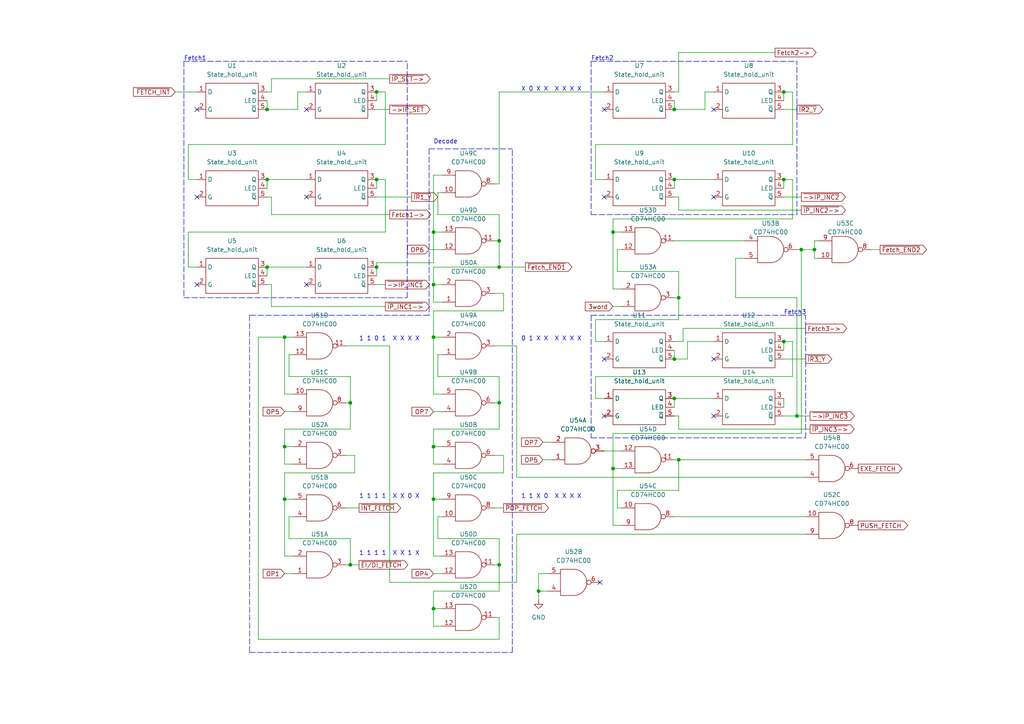
<source format=kicad_sch>
(kicad_sch (version 20211123) (generator eeschema)
  (paper "A4")
  (lib_symbols
    (symbol "CD74HCXX:CD74HC00" (pin_names (offset 0.762))
      (property "Reference" "U" (at -2.54 6.985 0))
      (property "Value" "CD74HC00" (at 1.27 5.08 0))
      (symbol "CD74HC00_0_0"
        (pin power_in line (at -2.54 2.54 0) (length 0) hide (name "VCC") (number "14"))
        (pin power_in line (at -2.54 -2.54 0) (length 0) hide (name "GND") (number "7"))
      )
      (symbol "CD74HC00_0_1"
        (arc (start 0 -3.81) (mid 3.81 0) (end 0 3.81))
        (polyline (pts (xy 0 3.81) (xy -3.81 3.81) (xy -3.81 -3.81) (xy 0 -3.81)))
      )
      (symbol "CD74HC00_0_2"
        (arc (start -4.445 -3.81) (mid -3.175 0) (end -4.445 3.81))
        (arc (start -3.175 -3.81) (mid 0.803 -2.7954) (end 3.81 0))
        (polyline (pts (xy -4.445 -3.81) (xy -3.175 -3.81)))
        (polyline (pts (xy -4.445 3.81) (xy -3.175 3.81)))
        (arc (start 3.81 0) (mid 0.8099 2.8117) (end -3.175 3.81))
      )
      (symbol "CD74HC00_1_1"
        (pin input line (at -7.62 2.54 0) (length 3.81) (name "~") (number "1"))
        (pin input line (at -7.62 -2.54 0) (length 3.81) (name "~") (number "2"))
        (pin output inverted (at 7.62 0 180) (length 3.81) (name "~") (number "3"))
      )
      (symbol "CD74HC00_1_2"
        (pin input inverted (at -7.62 2.54 0) (length 3.81) (name "~") (number "1"))
        (pin input inverted (at -7.62 -2.54 0) (length 3.81) (name "~") (number "2"))
        (pin output line (at 7.62 0 180) (length 3.81) (name "~") (number "3"))
      )
      (symbol "CD74HC00_2_1"
        (pin input line (at -7.62 2.54 0) (length 3.81) (name "~") (number "4"))
        (pin input line (at -7.62 -2.54 0) (length 3.81) (name "~") (number "5"))
        (pin output inverted (at 7.62 0 180) (length 3.81) (name "~") (number "6"))
      )
      (symbol "CD74HC00_2_2"
        (pin input inverted (at -7.62 2.54 0) (length 3.81) (name "~") (number "4"))
        (pin input inverted (at -7.62 -2.54 0) (length 3.81) (name "~") (number "5"))
        (pin output line (at 7.62 0 180) (length 3.81) (name "~") (number "6"))
      )
      (symbol "CD74HC00_3_1"
        (pin input line (at -7.62 -2.54 0) (length 3.81) (name "~") (number "10"))
        (pin output inverted (at 7.62 0 180) (length 3.81) (name "~") (number "8"))
        (pin input line (at -7.62 2.54 0) (length 3.81) (name "~") (number "9"))
      )
      (symbol "CD74HC00_3_2"
        (pin input inverted (at -7.62 -2.54 0) (length 3.81) (name "~") (number "10"))
        (pin output line (at 7.62 0 180) (length 3.81) (name "~") (number "8"))
        (pin input inverted (at -7.62 2.54 0) (length 3.81) (name "~") (number "9"))
      )
      (symbol "CD74HC00_4_1"
        (pin output inverted (at 7.62 0 180) (length 3.81) (name "~") (number "11"))
        (pin input line (at -7.62 2.54 0) (length 3.81) (name "~") (number "12"))
        (pin input line (at -7.62 -2.54 0) (length 3.81) (name "~") (number "13"))
      )
      (symbol "CD74HC00_4_2"
        (pin output line (at 7.62 0 180) (length 3.81) (name "~") (number "11"))
        (pin input inverted (at -7.62 2.54 0) (length 3.81) (name "~") (number "12"))
        (pin input inverted (at -7.62 -2.54 0) (length 3.81) (name "~") (number "13"))
      )
    )
    (symbol "State_hold_unit:State_hold_unit"
      (property "Reference" "U" (at 0 0 0))
      (property "Value" "State_hold_unit" (at 0 -12.7 0))
      (symbol "State_hold_unit_0_1"
        (rectangle (start -7.62 -1.27) (end 7.62 -11.43))
      )
      (symbol "State_hold_unit_1_1"
        (pin input line (at -10.16 -3.81 0) (length 2.54) (name "D") (number "1"))
        (pin input line (at -10.16 -8.89 0) (length 2.54) (name "G") (number "2"))
        (pin output line (at 10.16 -3.81 180) (length 2.54) (name "Q") (number "3"))
        (pin input line (at 10.16 -6.35 180) (length 2.54) (name "LED") (number "4"))
        (pin output line (at 10.16 -8.89 180) (length 2.54) (name "~{Q}") (number "5"))
      )
    )
    (symbol "power:GND" (power) (pin_names (offset 0))
      (property "Value" "GND" (at 0 -3.81 0))
      (symbol "GND_0_1"
        (polyline (pts (xy 0 0) (xy 0 -1.27) (xy 1.27 -1.27) (xy 0 -2.54) (xy -1.27 -1.27) (xy 0 -1.27)))
      )
      (symbol "GND_1_1"
        (pin power_in line (at 0 0 270) (length 0) hide (name "GND") (number "1"))
      )
    )
  )
  (junction (at 227.33 99.06))
  (junction (at 195.58 52.07))
  (junction (at 227.33 26.67))
  (junction (at 232.41 72.39))
  (junction (at 227.33 52.07))
  (junction (at 77.47 77.47))
  (junction (at 101.6 163.83))
  (junction (at 125.73 176.53))
  (junction (at 156.21 171.45))
  (junction (at 177.8 135.89))
  (junction (at 125.73 144.78))
  (junction (at 109.22 52.07))
  (junction (at 195.58 104.14))
  (junction (at 109.22 77.47))
  (junction (at 144.78 77.47))
  (junction (at 125.73 97.79))
  (junction (at 195.58 115.57))
  (junction (at 236.22 72.39))
  (junction (at 82.55 144.78))
  (junction (at 144.78 116.84))
  (junction (at 125.73 129.54))
  (junction (at 82.55 97.79))
  (junction (at 177.8 67.31))
  (junction (at 77.47 31.75))
  (junction (at 125.73 67.31))
  (junction (at 77.47 52.07))
  (junction (at 144.78 69.85))
  (junction (at 125.73 82.55))
  (junction (at 82.55 129.54))
  (junction (at 231.14 120.65))
  (junction (at 195.58 31.75))
  (junction (at 144.78 163.83))
  (junction (at 196.85 86.36))
  (junction (at 109.22 26.67))
  (junction (at 101.6 116.84))
  (junction (at 196.85 133.35))
  (no_connect (at 173.99 168.91))
  (no_connect (at 57.15 82.55))
  (no_connect (at 57.15 57.15))
  (no_connect (at 57.15 31.75))
  (no_connect (at 88.9 82.55))
  (no_connect (at 88.9 57.15))
  (no_connect (at 88.9 31.75))
  (no_connect (at 175.26 31.75))
  (no_connect (at 207.01 57.15))
  (no_connect (at 207.01 31.75))
  (no_connect (at 175.26 57.15))
  (no_connect (at 207.01 104.14))
  (no_connect (at 175.26 104.14))
  (no_connect (at 175.26 120.65))
  (no_connect (at 207.01 120.65))
  (wire (pts (xy 82.55 134.62) (xy 85.09 134.62)))
  (wire (pts (xy 195.58 57.15) (xy 196.85 57.15)))
  (wire (pts (xy 125.73 129.54) (xy 125.73 124.46)))
  (wire (pts (xy 125.73 50.8) (xy 125.73 67.31)))
  (wire (pts (xy 195.58 69.85) (xy 215.9 69.85)))
  (wire (pts (xy 227.33 52.07) (xy 227.33 54.61)))
  (wire (pts (xy 78.74 22.86) (xy 113.03 22.86)))
  (wire (pts (xy 109.22 52.07) (xy 109.22 54.61)))
  (wire (pts (xy 196.85 92.71) (xy 196.85 86.36)))
  (polyline (pts (xy 171.45 127) (xy 233.68 127)))
  (wire (pts (xy 215.9 74.93) (xy 213.36 74.93)))
  (wire (pts (xy 144.78 62.23) (xy 144.78 69.85)))
  (wire (pts (xy 82.55 161.29) (xy 85.09 161.29)))
  (wire (pts (xy 227.33 31.75) (xy 231.14 31.75)))
  (wire (pts (xy 143.51 85.09) (xy 146.05 85.09)))
  (wire (pts (xy 74.93 97.79) (xy 74.93 185.42)))
  (wire (pts (xy 179.07 142.24) (xy 196.85 142.24)))
  (wire (pts (xy 175.26 115.57) (xy 172.72 115.57)))
  (wire (pts (xy 86.36 31.75) (xy 77.47 31.75)))
  (wire (pts (xy 177.8 125.73) (xy 177.8 135.89)))
  (wire (pts (xy 143.51 163.83) (xy 144.78 163.83)))
  (wire (pts (xy 146.05 137.16) (xy 125.73 137.16)))
  (wire (pts (xy 128.27 82.55) (xy 125.73 82.55)))
  (wire (pts (xy 237.49 74.93) (xy 236.22 74.93)))
  (wire (pts (xy 85.09 97.79) (xy 82.55 97.79)))
  (wire (pts (xy 213.36 86.36) (xy 231.14 86.36)))
  (wire (pts (xy 172.72 109.22) (xy 229.87 109.22)))
  (wire (pts (xy 180.34 147.32) (xy 179.07 147.32)))
  (wire (pts (xy 198.12 95.25) (xy 233.68 95.25)))
  (wire (pts (xy 128.27 176.53) (xy 125.73 176.53)))
  (wire (pts (xy 125.73 82.55) (xy 125.73 77.47)))
  (wire (pts (xy 227.33 26.67) (xy 227.33 29.21)))
  (wire (pts (xy 128.27 97.79) (xy 125.73 97.79)))
  (wire (pts (xy 125.73 166.37) (xy 128.27 166.37)))
  (wire (pts (xy 236.22 74.93) (xy 236.22 72.39)))
  (wire (pts (xy 111.76 67.31) (xy 54.61 67.31)))
  (wire (pts (xy 127 62.23) (xy 144.78 62.23)))
  (wire (pts (xy 177.8 88.9) (xy 180.34 88.9)))
  (wire (pts (xy 198.12 99.06) (xy 198.12 95.25)))
  (polyline (pts (xy 53.34 17.78) (xy 53.34 86.36)))
  (wire (pts (xy 143.51 132.08) (xy 146.05 132.08)))
  (wire (pts (xy 125.73 97.79) (xy 125.73 114.3)))
  (wire (pts (xy 180.34 72.39) (xy 179.07 72.39)))
  (wire (pts (xy 172.72 99.06) (xy 172.72 92.71)))
  (wire (pts (xy 109.22 26.67) (xy 109.22 29.21)))
  (wire (pts (xy 144.78 163.83) (xy 144.78 171.45)))
  (wire (pts (xy 82.55 137.16) (xy 82.55 144.78)))
  (polyline (pts (xy 118.11 86.36) (xy 118.11 17.78)))
  (wire (pts (xy 78.74 82.55) (xy 78.74 88.9)))
  (wire (pts (xy 111.76 26.67) (xy 111.76 41.91)))
  (wire (pts (xy 195.58 26.67) (xy 196.85 26.67)))
  (wire (pts (xy 144.78 109.22) (xy 144.78 116.84)))
  (wire (pts (xy 144.78 156.21) (xy 144.78 163.83)))
  (wire (pts (xy 227.33 120.65) (xy 231.14 120.65)))
  (wire (pts (xy 146.05 132.08) (xy 146.05 137.16)))
  (wire (pts (xy 125.73 181.61) (xy 128.27 181.61)))
  (wire (pts (xy 149.86 168.91) (xy 149.86 154.94)))
  (wire (pts (xy 229.87 26.67) (xy 229.87 41.91)))
  (polyline (pts (xy 171.45 62.23) (xy 231.14 62.23)))
  (wire (pts (xy 196.85 78.74) (xy 196.85 86.36)))
  (wire (pts (xy 204.47 26.67) (xy 204.47 31.75)))
  (wire (pts (xy 54.61 67.31) (xy 54.61 77.47)))
  (wire (pts (xy 125.73 137.16) (xy 125.73 144.78)))
  (wire (pts (xy 177.8 135.89) (xy 177.8 152.4)))
  (wire (pts (xy 177.8 125.73) (xy 232.41 125.73)))
  (wire (pts (xy 144.78 116.84) (xy 143.51 116.84)))
  (wire (pts (xy 82.55 124.46) (xy 101.6 124.46)))
  (wire (pts (xy 149.86 100.33) (xy 149.86 138.43)))
  (wire (pts (xy 229.87 52.07) (xy 229.87 63.5)))
  (wire (pts (xy 144.78 77.47) (xy 152.4 77.47)))
  (wire (pts (xy 128.27 50.8) (xy 125.73 50.8)))
  (wire (pts (xy 77.47 52.07) (xy 77.47 54.61)))
  (wire (pts (xy 125.73 144.78) (xy 125.73 161.29)))
  (wire (pts (xy 195.58 29.21) (xy 195.58 31.75)))
  (wire (pts (xy 125.73 129.54) (xy 125.73 134.62)))
  (wire (pts (xy 77.47 29.21) (xy 77.47 31.75)))
  (wire (pts (xy 177.8 135.89) (xy 180.34 135.89)))
  (wire (pts (xy 109.22 77.47) (xy 109.22 76.2)))
  (wire (pts (xy 229.87 109.22) (xy 229.87 99.06)))
  (wire (pts (xy 179.07 78.74) (xy 196.85 78.74)))
  (wire (pts (xy 113.03 100.33) (xy 113.03 168.91)))
  (wire (pts (xy 144.78 179.07) (xy 143.51 179.07)))
  (wire (pts (xy 101.6 163.83) (xy 100.33 163.83)))
  (wire (pts (xy 104.14 147.32) (xy 100.33 147.32)))
  (wire (pts (xy 109.22 57.15) (xy 119.38 57.15)))
  (wire (pts (xy 88.9 26.67) (xy 86.36 26.67)))
  (wire (pts (xy 227.33 115.57) (xy 227.33 118.11)))
  (wire (pts (xy 82.55 114.3) (xy 85.09 114.3)))
  (wire (pts (xy 109.22 31.75) (xy 113.03 31.75)))
  (wire (pts (xy 125.73 67.31) (xy 128.27 67.31)))
  (wire (pts (xy 125.73 171.45) (xy 144.78 171.45)))
  (wire (pts (xy 127 102.87) (xy 127 109.22)))
  (wire (pts (xy 195.58 149.86) (xy 233.68 149.86)))
  (wire (pts (xy 177.8 152.4) (xy 180.34 152.4)))
  (wire (pts (xy 74.93 185.42) (xy 144.78 185.42)))
  (wire (pts (xy 128.27 102.87) (xy 127 102.87)))
  (wire (pts (xy 128.27 55.88) (xy 127 55.88)))
  (wire (pts (xy 101.6 163.83) (xy 104.14 163.83)))
  (wire (pts (xy 207.01 26.67) (xy 204.47 26.67)))
  (wire (pts (xy 177.8 67.31) (xy 177.8 83.82)))
  (wire (pts (xy 196.85 26.67) (xy 196.85 15.24)))
  (wire (pts (xy 144.78 77.47) (xy 144.78 69.85)))
  (wire (pts (xy 78.74 62.23) (xy 113.03 62.23)))
  (wire (pts (xy 125.73 119.38) (xy 128.27 119.38)))
  (polyline (pts (xy 72.39 91.44) (xy 72.39 189.23)))
  (wire (pts (xy 144.78 185.42) (xy 144.78 179.07)))
  (polyline (pts (xy 171.45 17.78) (xy 171.45 62.23)))
  (wire (pts (xy 83.82 109.22) (xy 101.6 109.22)))
  (wire (pts (xy 111.76 82.55) (xy 109.22 82.55)))
  (wire (pts (xy 146.05 147.32) (xy 143.51 147.32)))
  (wire (pts (xy 125.73 124.46) (xy 144.78 124.46)))
  (wire (pts (xy 50.8 26.67) (xy 57.15 26.67)))
  (wire (pts (xy 86.36 26.67) (xy 86.36 31.75)))
  (wire (pts (xy 82.55 119.38) (xy 85.09 119.38)))
  (wire (pts (xy 175.26 99.06) (xy 172.72 99.06)))
  (wire (pts (xy 85.09 102.87) (xy 83.82 102.87)))
  (wire (pts (xy 54.61 41.91) (xy 54.61 52.07)))
  (wire (pts (xy 125.73 176.53) (xy 125.73 171.45)))
  (wire (pts (xy 125.73 90.17) (xy 125.73 97.79)))
  (wire (pts (xy 127 55.88) (xy 127 62.23)))
  (wire (pts (xy 156.21 173.99) (xy 156.21 171.45)))
  (wire (pts (xy 128.27 149.86) (xy 127 149.86)))
  (wire (pts (xy 125.73 82.55) (xy 125.73 87.63)))
  (wire (pts (xy 195.58 115.57) (xy 207.01 115.57)))
  (wire (pts (xy 128.27 144.78) (xy 125.73 144.78)))
  (polyline (pts (xy 53.34 17.78) (xy 118.11 17.78)))
  (wire (pts (xy 77.47 52.07) (xy 88.9 52.07)))
  (wire (pts (xy 196.85 120.65) (xy 196.85 124.46)))
  (polyline (pts (xy 171.45 91.44) (xy 233.68 91.44)))
  (wire (pts (xy 127 156.21) (xy 144.78 156.21)))
  (wire (pts (xy 77.47 57.15) (xy 78.74 57.15)))
  (wire (pts (xy 102.87 137.16) (xy 82.55 137.16)))
  (wire (pts (xy 172.72 92.71) (xy 196.85 92.71)))
  (wire (pts (xy 78.74 26.67) (xy 78.74 22.86)))
  (wire (pts (xy 177.8 83.82) (xy 180.34 83.82)))
  (wire (pts (xy 172.72 52.07) (xy 175.26 52.07)))
  (wire (pts (xy 125.73 161.29) (xy 128.27 161.29)))
  (wire (pts (xy 227.33 99.06) (xy 227.33 101.6)))
  (wire (pts (xy 213.36 74.93) (xy 213.36 86.36)))
  (wire (pts (xy 156.21 171.45) (xy 156.21 166.37)))
  (wire (pts (xy 231.14 86.36) (xy 231.14 120.65)))
  (wire (pts (xy 172.72 115.57) (xy 172.72 109.22)))
  (wire (pts (xy 78.74 57.15) (xy 78.74 62.23)))
  (wire (pts (xy 82.55 166.37) (xy 85.09 166.37)))
  (wire (pts (xy 179.07 72.39) (xy 179.07 78.74)))
  (wire (pts (xy 100.33 100.33) (xy 113.03 100.33)))
  (wire (pts (xy 144.78 26.67) (xy 175.26 26.67)))
  (wire (pts (xy 229.87 63.5) (xy 177.8 63.5)))
  (wire (pts (xy 125.73 67.31) (xy 125.73 76.2)))
  (wire (pts (xy 101.6 156.21) (xy 101.6 163.83)))
  (wire (pts (xy 101.6 124.46) (xy 101.6 116.84)))
  (wire (pts (xy 180.34 67.31) (xy 177.8 67.31)))
  (wire (pts (xy 195.58 31.75) (xy 204.47 31.75)))
  (wire (pts (xy 231.14 72.39) (xy 232.41 72.39)))
  (wire (pts (xy 227.33 104.14) (xy 233.68 104.14)))
  (wire (pts (xy 255.27 72.39) (xy 252.73 72.39)))
  (wire (pts (xy 196.85 57.15) (xy 196.85 60.96)))
  (wire (pts (xy 195.58 99.06) (xy 198.12 99.06)))
  (wire (pts (xy 236.22 69.85) (xy 236.22 72.39)))
  (wire (pts (xy 229.87 41.91) (xy 172.72 41.91)))
  (wire (pts (xy 195.58 120.65) (xy 196.85 120.65)))
  (wire (pts (xy 125.73 134.62) (xy 128.27 134.62)))
  (wire (pts (xy 143.51 53.34) (xy 144.78 53.34)))
  (wire (pts (xy 109.22 76.2) (xy 125.73 76.2)))
  (wire (pts (xy 207.01 99.06) (xy 199.39 99.06)))
  (wire (pts (xy 77.47 82.55) (xy 78.74 82.55)))
  (wire (pts (xy 199.39 99.06) (xy 199.39 104.14)))
  (wire (pts (xy 227.33 26.67) (xy 229.87 26.67)))
  (wire (pts (xy 125.73 114.3) (xy 128.27 114.3)))
  (wire (pts (xy 125.73 77.47) (xy 144.78 77.47)))
  (wire (pts (xy 149.86 154.94) (xy 233.68 154.94)))
  (wire (pts (xy 144.78 53.34) (xy 144.78 26.67)))
  (wire (pts (xy 127 109.22) (xy 144.78 109.22)))
  (wire (pts (xy 236.22 72.39) (xy 232.41 72.39)))
  (wire (pts (xy 77.47 77.47) (xy 77.47 80.01)))
  (wire (pts (xy 196.85 133.35) (xy 195.58 133.35)))
  (wire (pts (xy 83.82 149.86) (xy 83.82 156.21)))
  (polyline (pts (xy 124.46 43.18) (xy 124.46 91.44)))
  (wire (pts (xy 195.58 101.6) (xy 195.58 104.14)))
  (wire (pts (xy 128.27 129.54) (xy 125.73 129.54)))
  (wire (pts (xy 102.87 132.08) (xy 102.87 137.16)))
  (wire (pts (xy 77.47 77.47) (xy 88.9 77.47)))
  (wire (pts (xy 144.78 69.85) (xy 143.51 69.85)))
  (wire (pts (xy 156.21 171.45) (xy 158.75 171.45)))
  (wire (pts (xy 196.85 124.46) (xy 234.95 124.46)))
  (wire (pts (xy 157.48 128.27) (xy 160.02 128.27)))
  (wire (pts (xy 82.55 129.54) (xy 82.55 124.46)))
  (wire (pts (xy 195.58 115.57) (xy 195.58 118.11)))
  (polyline (pts (xy 171.45 91.44) (xy 171.45 127)))
  (wire (pts (xy 149.86 138.43) (xy 233.68 138.43)))
  (wire (pts (xy 195.58 52.07) (xy 207.01 52.07)))
  (wire (pts (xy 232.41 125.73) (xy 232.41 72.39)))
  (wire (pts (xy 195.58 52.07) (xy 195.58 54.61)))
  (wire (pts (xy 100.33 132.08) (xy 102.87 132.08)))
  (polyline (pts (xy 124.46 43.18) (xy 148.59 43.18)))
  (wire (pts (xy 227.33 52.07) (xy 229.87 52.07)))
  (polyline (pts (xy 148.59 189.23) (xy 148.59 43.18)))
  (wire (pts (xy 124.46 72.39) (xy 128.27 72.39)))
  (wire (pts (xy 127 149.86) (xy 127 156.21)))
  (wire (pts (xy 109.22 26.67) (xy 111.76 26.67)))
  (wire (pts (xy 157.48 133.35) (xy 160.02 133.35)))
  (wire (pts (xy 231.14 120.65) (xy 234.95 120.65)))
  (wire (pts (xy 82.55 144.78) (xy 82.55 161.29)))
  (polyline (pts (xy 72.39 189.23) (xy 148.59 189.23)))
  (wire (pts (xy 83.82 102.87) (xy 83.82 109.22)))
  (wire (pts (xy 227.33 57.15) (xy 232.41 57.15)))
  (wire (pts (xy 196.85 142.24) (xy 196.85 133.35)))
  (polyline (pts (xy 124.46 91.44) (xy 72.39 91.44)))
  (wire (pts (xy 111.76 41.91) (xy 54.61 41.91)))
  (wire (pts (xy 172.72 41.91) (xy 172.72 52.07)))
  (wire (pts (xy 125.73 87.63) (xy 128.27 87.63)))
  (wire (pts (xy 111.76 52.07) (xy 109.22 52.07)))
  (wire (pts (xy 82.55 129.54) (xy 82.55 134.62)))
  (wire (pts (xy 101.6 116.84) (xy 100.33 116.84)))
  (wire (pts (xy 125.73 176.53) (xy 125.73 181.61)))
  (polyline (pts (xy 171.45 17.78) (xy 231.14 17.78)))
  (wire (pts (xy 111.76 67.31) (xy 111.76 52.07)))
  (wire (pts (xy 101.6 109.22) (xy 101.6 116.84)))
  (wire (pts (xy 82.55 97.79) (xy 82.55 114.3)))
  (wire (pts (xy 54.61 52.07) (xy 57.15 52.07)))
  (wire (pts (xy 77.47 26.67) (xy 78.74 26.67)))
  (wire (pts (xy 175.26 130.81) (xy 180.34 130.81)))
  (wire (pts (xy 109.22 77.47) (xy 109.22 80.01)))
  (wire (pts (xy 146.05 85.09) (xy 146.05 90.17)))
  (wire (pts (xy 156.21 166.37) (xy 158.75 166.37)))
  (wire (pts (xy 229.87 99.06) (xy 227.33 99.06)))
  (wire (pts (xy 237.49 69.85) (xy 236.22 69.85)))
  (wire (pts (xy 83.82 156.21) (xy 101.6 156.21)))
  (wire (pts (xy 196.85 133.35) (xy 233.68 133.35)))
  (wire (pts (xy 196.85 15.24) (xy 224.79 15.24)))
  (polyline (pts (xy 233.68 127) (xy 233.68 91.44)))
  (wire (pts (xy 146.05 90.17) (xy 125.73 90.17)))
  (polyline (pts (xy 231.14 62.23) (xy 231.14 17.78)))
  (wire (pts (xy 196.85 60.96) (xy 232.41 60.96)))
  (wire (pts (xy 85.09 129.54) (xy 82.55 129.54)))
  (wire (pts (xy 85.09 144.78) (xy 82.55 144.78)))
  (wire (pts (xy 195.58 104.14) (xy 199.39 104.14)))
  (wire (pts (xy 179.07 147.32) (xy 179.07 142.24)))
  (wire (pts (xy 144.78 124.46) (xy 144.78 116.84)))
  (wire (pts (xy 177.8 63.5) (xy 177.8 67.31)))
  (wire (pts (xy 85.09 149.86) (xy 83.82 149.86)))
  (wire (pts (xy 196.85 86.36) (xy 195.58 86.36)))
  (wire (pts (xy 74.93 97.79) (xy 82.55 97.79)))
  (wire (pts (xy 113.03 168.91) (xy 149.86 168.91)))
  (wire (pts (xy 149.86 100.33) (xy 143.51 100.33)))
  (wire (pts (xy 78.74 88.9) (xy 111.76 88.9)))
  (wire (pts (xy 54.61 77.47) (xy 57.15 77.47)))
  (polyline (pts (xy 53.34 86.36) (xy 118.11 86.36)))
  (text "Fetch2" (at 171.45 17.78 0) (effects (font (size 1.27 1.27)) (justify left bottom)))
  (text "1 1 0 1  X X X X" (at 104.14 99.06 0) (effects (font (size 1.27 1.27)) (justify left bottom)))
  (text "0 1 X X  X X X X" (at 151.13 99.06 0) (effects (font (size 1.27 1.27)) (justify left bottom)))
  (text "1 1 1 1  X X 0 X" (at 104.14 144.78 0) (effects (font (size 1.27 1.27)) (justify left bottom)))
  (text "Fetch3" (at 227.33 91.44 0) (effects (font (size 1.27 1.27)) (justify left bottom)))
  (text "X 0 X X  X X X X" (at 151.13 26.67 0) (effects (font (size 1.27 1.27)) (justify left bottom)))
  (text "Fetch1" (at 53.34 17.78 0) (effects (font (size 1.27 1.27)) (justify left bottom)))
  (text "1 1 X 0  X X X X" (at 151.13 144.78 0) (effects (font (size 1.27 1.27)) (justify left bottom)))
  (text "1 1 1 1  X X 1 X" (at 104.14 161.29 0) (effects (font (size 1.27 1.27)) (justify left bottom)))
  (text "Decode" (at 125.73 41.91 0) (effects (font (size 1.27 1.27)) (justify left bottom)))
  (global_label "OP5" (shape input) (at 157.48 133.35 180) (property "Intersheet References" "${INTERSHEET_REFS}" (effects hide)))
  (global_label "EXE_FETCH" (shape output) (at 248.92 135.89 0) (property "Intersheet References" "${INTERSHEET_REFS}" (effects hide)))
  (global_label "~{EI{slash}DI_FETCH}" (shape output) (at 104.14 163.83 0) (property "Intersheet References" "${INTERSHEET_REFS}" (effects hide)))
  (global_label "~{FETCH_INT}" (shape input) (at 50.8 26.67 180) (property "Intersheet References" "${INTERSHEET_REFS}" (effects hide)))
  (global_label "~{->IP_INC2}" (shape output) (at 232.41 57.15 0) (property "Intersheet References" "${INTERSHEET_REFS}" (effects hide)))
  (global_label "PUSH_FETCH" (shape output) (at 248.92 152.4 0) (property "Intersheet References" "${INTERSHEET_REFS}" (effects hide)))
  (global_label "3word" (shape input) (at 177.8 88.9 180) (property "Intersheet References" "${INTERSHEET_REFS}" (effects hide)))
  (global_label "~{INT_FETCH}" (shape output) (at 104.14 147.32 0) (property "Intersheet References" "${INTERSHEET_REFS}" (effects hide)))
  (global_label "~{->IP_INC3}" (shape output) (at 234.95 120.65 0) (property "Intersheet References" "${INTERSHEET_REFS}" (effects hide)))
  (global_label "OP5" (shape input) (at 82.55 119.38 180) (property "Intersheet References" "${INTERSHEET_REFS}" (effects hide)))
  (global_label "~{IR2_Y}" (shape output) (at 231.14 31.75 0) (property "Intersheet References" "${INTERSHEET_REFS}" (effects hide)))
  (global_label "OP7" (shape input) (at 125.73 119.38 180) (property "Intersheet References" "${INTERSHEET_REFS}" (effects hide)))
  (global_label "OP1" (shape input) (at 82.55 166.37 180) (property "Intersheet References" "${INTERSHEET_REFS}" (effects hide)))
  (global_label "~{POP_FETCH}" (shape output) (at 146.05 147.32 0) (property "Intersheet References" "${INTERSHEET_REFS}" (effects hide)))
  (global_label "OP7" (shape input) (at 157.48 128.27 180) (property "Intersheet References" "${INTERSHEET_REFS}" (effects hide)))
  (global_label "~{IP_INC1->}" (shape output) (at 111.76 88.9 0) (property "Intersheet References" "${INTERSHEET_REFS}" (effects hide)))
  (global_label "~{->IP_SET}" (shape output) (at 113.03 31.75 0) (property "Intersheet References" "${INTERSHEET_REFS}" (effects hide)))
  (global_label "Fetch2->" (shape output) (at 224.79 15.24 0) (property "Intersheet References" "${INTERSHEET_REFS}" (effects hide)))
  (global_label "~{IP_INC3->}" (shape output) (at 234.95 124.46 0) (property "Intersheet References" "${INTERSHEET_REFS}" (effects hide)))
  (global_label "~{Fetch_END2}" (shape output) (at 255.27 72.39 0) (property "Intersheet References" "${INTERSHEET_REFS}" (effects hide)))
  (global_label "~{IR3_Y}" (shape output) (at 233.68 104.14 0) (property "Intersheet References" "${INTERSHEET_REFS}" (effects hide)))
  (global_label "OP6" (shape input) (at 124.46 72.39 180) (property "Intersheet References" "${INTERSHEET_REFS}" (effects hide)))
  (global_label "Fetch1->" (shape output) (at 113.03 62.23 0) (property "Intersheet References" "${INTERSHEET_REFS}" (effects hide)))
  (global_label "~{Fetch_END1}" (shape output) (at 152.4 77.47 0) (property "Intersheet References" "${INTERSHEET_REFS}" (effects hide)))
  (global_label "~{IP_INC2->}" (shape output) (at 232.41 60.96 0) (property "Intersheet References" "${INTERSHEET_REFS}" (effects hide)))
  (global_label "~{IP_SET->}" (shape output) (at 113.03 22.86 0) (property "Intersheet References" "${INTERSHEET_REFS}" (effects hide)))
  (global_label "~{IR1_Y}" (shape output) (at 119.38 57.15 0) (property "Intersheet References" "${INTERSHEET_REFS}" (effects hide)))
  (global_label "~{->IP_INC1}" (shape output) (at 111.76 82.55 0) (property "Intersheet References" "${INTERSHEET_REFS}" (effects hide)))
  (global_label "OP4" (shape input) (at 125.73 166.37 180) (property "Intersheet References" "${INTERSHEET_REFS}" (effects hide)))
  (global_label "Fetch3->" (shape output) (at 233.68 95.25 0) (property "Intersheet References" "${INTERSHEET_REFS}" (effects hide)))
  (symbol (lib_id "State_hold_unit:State_hold_unit") (at 217.17 22.86 0) (unit 1)
    (property "Reference" "U8" (at 217.17 19.05 0))
    (property "Value" "State_hold_unit" (at 217.17 21.59 0))
    (property "Footprint" "Connector_PinSocket_2.54mm:PinSocket_1x05_P2.54mm_Vertical" (effects hide))
  )
  (symbol (lib_id "State_hold_unit:State_hold_unit") (at 185.42 95.25 0) (unit 1)
    (property "Reference" "U11" (at 185.42 91.44 0))
    (property "Value" "State_hold_unit" (at 185.42 93.98 0))
    (property "Footprint" "Connector_PinSocket_2.54mm:PinSocket_1x05_P2.54mm_Vertical" (effects hide))
  )
  (symbol (lib_id "CD74HCXX:CD74HC00") (at 135.89 53.34 0) (unit 3)
    (property "Reference" "U49" (at 135.89 44.45 0))
    (property "Value" "CD74HC00" (at 135.89 46.99 0))
    (property "Footprint" "Package_DIP:DIP-14_W7.62mm" (effects hide))
  )
  (symbol (lib_id "CD74HCXX:CD74HC00") (at 92.71 163.83 0) (mirror x) (unit 1)
    (property "Reference" "U51" (at 92.71 154.94 0))
    (property "Value" "CD74HC00" (at 92.71 157.48 0))
    (property "Footprint" "Package_DIP:DIP-14_W7.62mm" (effects hide))
  )
  (symbol (lib_id "CD74HCXX:CD74HC00") (at 241.3 135.89 0) (mirror x) (unit 2)
    (property "Reference" "U54" (at 241.3 127 0))
    (property "Value" "CD74HC00" (at 241.3 129.54 0))
    (property "Footprint" "Package_DIP:DIP-14_W7.62mm" (effects hide))
  )
  (symbol (lib_id "State_hold_unit:State_hold_unit") (at 99.06 22.86 0) (unit 1)
    (property "Reference" "U2" (at 99.06 19.05 0))
    (property "Value" "State_hold_unit" (at 99.06 21.59 0))
    (property "Footprint" "Connector_PinSocket_2.54mm:PinSocket_1x05_P2.54mm_Vertical" (effects hide))
  )
  (symbol (lib_id "power:GND") (at 156.21 173.99 0) (unit 1)
    (property "Reference" "#PWR012" (effects hide))
    (property "Value" "GND" (at 156.21 179.07 0))
  )
  (symbol (lib_id "State_hold_unit:State_hold_unit") (at 185.42 48.26 0) (unit 1)
    (property "Reference" "U9" (at 185.42 44.45 0))
    (property "Value" "State_hold_unit" (at 185.42 46.99 0))
    (property "Footprint" "Connector_PinSocket_2.54mm:PinSocket_1x05_P2.54mm_Vertical" (effects hide))
  )
  (symbol (lib_id "State_hold_unit:State_hold_unit") (at 185.42 22.86 0) (unit 1)
    (property "Reference" "U7" (at 185.42 19.05 0))
    (property "Value" "State_hold_unit" (at 185.42 21.59 0))
    (property "Footprint" "Connector_PinSocket_2.54mm:PinSocket_1x05_P2.54mm_Vertical" (effects hide))
  )
  (symbol (lib_id "CD74HCXX:CD74HC00") (at 187.96 133.35 0) (unit 4)
    (property "Reference" "U54" (at 187.96 124.46 0))
    (property "Value" "CD74HC00" (at 187.96 127 0))
    (property "Footprint" "Package_DIP:DIP-14_W7.62mm" (effects hide))
  )
  (symbol (lib_id "CD74HCXX:CD74HC00") (at 135.89 116.84 0) (mirror x) (unit 2)
    (property "Reference" "U49" (at 135.89 107.95 0))
    (property "Value" "CD74HC00" (at 135.89 110.49 0))
    (property "Footprint" "Package_DIP:DIP-14_W7.62mm" (effects hide))
  )
  (symbol (lib_id "State_hold_unit:State_hold_unit") (at 67.31 73.66 0) (unit 1)
    (property "Reference" "U5" (at 67.31 69.85 0))
    (property "Value" "State_hold_unit" (at 67.31 72.39 0))
    (property "Footprint" "Connector_PinSocket_2.54mm:PinSocket_1x05_P2.54mm_Vertical" (effects hide))
  )
  (symbol (lib_id "CD74HCXX:CD74HC00") (at 187.96 69.85 0) (mirror x) (unit 4)
    (property "Reference" "U53" (at 187.96 60.96 0))
    (property "Value" "CD74HC00" (at 187.96 63.5 0))
    (property "Footprint" "Package_DIP:DIP-14_W7.62mm" (effects hide))
  )
  (symbol (lib_id "State_hold_unit:State_hold_unit") (at 99.06 73.66 0) (unit 1)
    (property "Reference" "U6" (at 99.06 69.85 0))
    (property "Value" "State_hold_unit" (at 99.06 72.39 0))
    (property "Footprint" "Connector_PinSocket_2.54mm:PinSocket_1x05_P2.54mm_Vertical" (effects hide))
  )
  (symbol (lib_id "CD74HCXX:CD74HC00") (at 92.71 147.32 0) (mirror x) (unit 2)
    (property "Reference" "U51" (at 92.71 138.43 0))
    (property "Value" "CD74HC00" (at 92.71 140.97 0))
    (property "Footprint" "Package_DIP:DIP-14_W7.62mm" (effects hide))
  )
  (symbol (lib_id "CD74HCXX:CD74HC00") (at 187.96 86.36 0) (mirror x) (unit 1)
    (property "Reference" "U53" (at 187.96 77.47 0))
    (property "Value" "CD74HC00" (at 187.96 80.01 0))
    (property "Footprint" "Package_DIP:DIP-14_W7.62mm" (effects hide))
  )
  (symbol (lib_id "State_hold_unit:State_hold_unit") (at 67.31 22.86 0) (unit 1)
    (property "Reference" "U1" (at 67.31 19.05 0))
    (property "Value" "State_hold_unit" (at 67.31 21.59 0))
    (property "Footprint" "Connector_PinSocket_2.54mm:PinSocket_1x05_P2.54mm_Vertical" (effects hide))
  )
  (symbol (lib_id "State_hold_unit:State_hold_unit") (at 217.17 111.76 0) (unit 1)
    (property "Reference" "U14" (at 217.17 107.95 0))
    (property "Value" "State_hold_unit" (at 217.17 110.49 0))
    (property "Footprint" "Connector_PinSocket_2.54mm:PinSocket_1x05_P2.54mm_Vertical" (effects hide))
  )
  (symbol (lib_id "CD74HCXX:CD74HC00") (at 135.89 69.85 0) (mirror x) (unit 4)
    (property "Reference" "U49" (at 135.89 60.96 0))
    (property "Value" "CD74HC00" (at 135.89 63.5 0))
    (property "Footprint" "Package_DIP:DIP-14_W7.62mm" (effects hide))
  )
  (symbol (lib_id "State_hold_unit:State_hold_unit") (at 185.42 111.76 0) (unit 1)
    (property "Reference" "U13" (at 185.42 107.95 0))
    (property "Value" "State_hold_unit" (at 185.42 110.49 0))
    (property "Footprint" "Connector_PinSocket_2.54mm:PinSocket_1x05_P2.54mm_Vertical" (effects hide))
  )
  (symbol (lib_id "State_hold_unit:State_hold_unit") (at 217.17 95.25 0) (unit 1)
    (property "Reference" "U12" (at 217.17 91.44 0))
    (property "Value" "State_hold_unit" (at 217.17 93.98 0))
    (property "Footprint" "Connector_PinSocket_2.54mm:PinSocket_1x05_P2.54mm_Vertical" (effects hide))
  )
  (symbol (lib_id "CD74HCXX:CD74HC00") (at 92.71 116.84 0) (mirror x) (unit 3)
    (property "Reference" "U51" (at 92.71 107.95 0))
    (property "Value" "CD74HC00" (at 92.71 110.49 0))
    (property "Footprint" "Package_DIP:DIP-14_W7.62mm" (effects hide))
  )
  (symbol (lib_id "CD74HCXX:CD74HC00") (at 135.89 132.08 0) (mirror x) (unit 2)
    (property "Reference" "U50" (at 135.89 123.19 0))
    (property "Value" "CD74HC00" (at 135.89 125.73 0))
    (property "Footprint" "Package_DIP:DIP-14_W7.62mm" (effects hide))
  )
  (symbol (lib_id "CD74HCXX:CD74HC00") (at 92.71 132.08 0) (mirror x) (unit 1)
    (property "Reference" "U52" (at 92.71 123.19 0))
    (property "Value" "CD74HC00" (at 92.71 125.73 0))
    (property "Footprint" "Package_DIP:DIP-14_W7.62mm" (effects hide))
  )
  (symbol (lib_id "CD74HCXX:CD74HC00") (at 135.89 147.32 0) (unit 3)
    (property "Reference" "U50" (at 135.89 138.43 0))
    (property "Value" "CD74HC00" (at 135.89 140.97 0))
    (property "Footprint" "Package_DIP:DIP-14_W7.62mm" (effects hide))
  )
  (symbol (lib_id "CD74HCXX:CD74HC00") (at 245.11 72.39 0) (unit 3)
    (property "Reference" "U53" (at 245.11 64.77 0))
    (property "Value" "CD74HC00" (at 245.11 67.31 0))
    (property "Footprint" "Package_DIP:DIP-14_W7.62mm" (effects hide))
  )
  (symbol (lib_id "CD74HCXX:CD74HC00") (at 166.37 168.91 0) (mirror x) (unit 2)
    (property "Reference" "U52" (at 166.37 160.02 0))
    (property "Value" "CD74HC00" (at 166.37 162.56 0))
    (property "Footprint" "Package_DIP:DIP-14_W7.62mm" (effects hide))
  )
  (symbol (lib_id "CD74HCXX:CD74HC00") (at 135.89 85.09 0) (mirror x) (unit 1)
    (property "Reference" "U50" (at 135.89 76.2 0))
    (property "Value" "CD74HC00" (at 135.89 78.74 0))
    (property "Footprint" "Package_DIP:DIP-14_W7.62mm" (effects hide))
  )
  (symbol (lib_id "State_hold_unit:State_hold_unit") (at 217.17 48.26 0) (unit 1)
    (property "Reference" "U10" (at 217.17 44.45 0))
    (property "Value" "State_hold_unit" (at 217.17 46.99 0))
    (property "Footprint" "Connector_PinSocket_2.54mm:PinSocket_1x05_P2.54mm_Vertical" (effects hide))
  )
  (symbol (lib_id "CD74HCXX:CD74HC00") (at 167.64 130.81 0) (mirror x) (unit 1)
    (property "Reference" "U54" (at 167.64 121.92 0))
    (property "Value" "CD74HC00" (at 167.64 124.46 0))
    (property "Footprint" "Package_DIP:DIP-14_W7.62mm" (effects hide))
  )
  (symbol (lib_id "State_hold_unit:State_hold_unit") (at 67.31 48.26 0) (unit 1)
    (property "Reference" "U3" (at 67.31 44.45 0))
    (property "Value" "State_hold_unit" (at 67.31 46.99 0))
    (property "Footprint" "Connector_PinSocket_2.54mm:PinSocket_1x05_P2.54mm_Vertical" (effects hide))
  )
  (symbol (lib_id "CD74HCXX:CD74HC00") (at 135.89 100.33 0) (mirror x) (unit 1)
    (property "Reference" "U49" (at 135.89 91.44 0))
    (property "Value" "CD74HC00" (at 135.89 93.98 0))
    (property "Footprint" "Package_DIP:DIP-14_W7.62mm" (effects hide))
  )
  (symbol (lib_id "CD74HCXX:CD74HC00") (at 92.71 100.33 0) (mirror x) (unit 4)
    (property "Reference" "U51" (at 92.71 91.44 0))
    (property "Value" "CD74HC00" (at 92.71 93.98 0))
    (property "Footprint" "Package_DIP:DIP-14_W7.62mm" (effects hide))
  )
  (symbol (lib_id "CD74HCXX:CD74HC00") (at 241.3 152.4 0) (mirror x) (unit 3)
    (property "Reference" "U52" (at 241.3 143.51 0))
    (property "Value" "CD74HC00" (at 241.3 146.05 0))
    (property "Footprint" "Package_DIP:DIP-14_W7.62mm" (effects hide))
  )
  (symbol (lib_id "CD74HCXX:CD74HC00") (at 187.96 149.86 0) (mirror x) (unit 3)
    (property "Reference" "U54" (at 187.96 140.97 0))
    (property "Value" "CD74HC00" (at 187.96 143.51 0))
    (property "Footprint" "Package_DIP:DIP-14_W7.62mm" (effects hide))
  )
  (symbol (lib_id "CD74HCXX:CD74HC00") (at 135.89 179.07 0) (mirror x) (unit 4)
    (property "Reference" "U52" (at 135.89 170.18 0))
    (property "Value" "CD74HC00" (at 135.89 172.72 0))
    (property "Footprint" "Package_DIP:DIP-14_W7.62mm" (effects hide))
  )
  (symbol (lib_id "CD74HCXX:CD74HC00") (at 223.52 72.39 0) (unit 2)
    (property "Reference" "U53" (at 223.52 64.77 0))
    (property "Value" "CD74HC00" (at 223.52 67.31 0))
    (property "Footprint" "Package_DIP:DIP-14_W7.62mm" (effects hide))
  )
  (symbol (lib_id "State_hold_unit:State_hold_unit") (at 99.06 48.26 0) (unit 1)
    (property "Reference" "U4" (at 99.06 44.45 0))
    (property "Value" "State_hold_unit" (at 99.06 46.99 0))
    (property "Footprint" "Connector_PinSocket_2.54mm:PinSocket_1x05_P2.54mm_Vertical" (effects hide))
  )
  (symbol (lib_id "CD74HCXX:CD74HC00") (at 135.89 163.83 0) (mirror x) (unit 4)
    (property "Reference" "U50" (at 135.89 154.94 0))
    (property "Value" "CD74HC00" (at 135.89 157.48 0))
    (property "Footprint" "Package_DIP:DIP-14_W7.62mm" (effects hide))
  )
)
</source>
